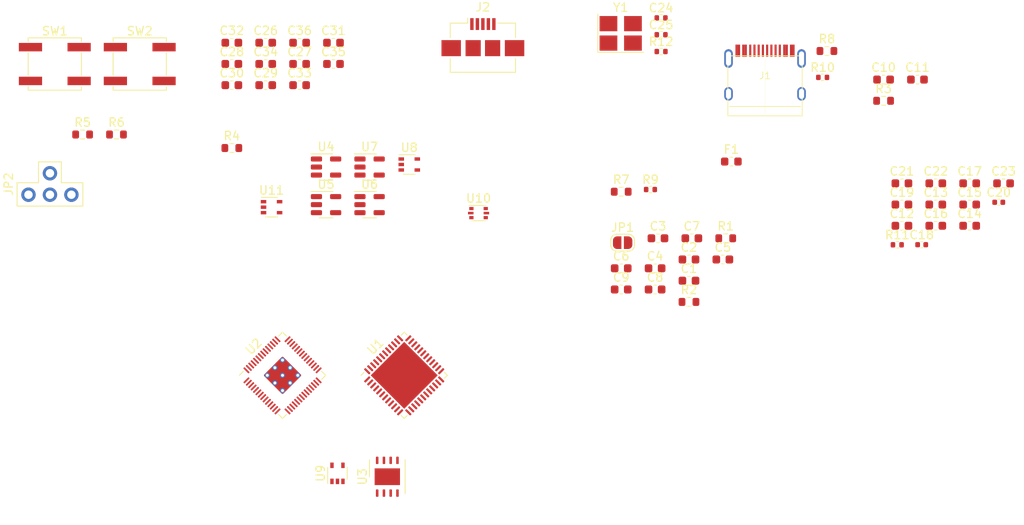
<source format=kicad_pcb>
(kicad_pcb (version 20211014) (generator pcbnew)

  (general
    (thickness 1.97252)
  )

  (paper "A4")
  (layers
    (0 "F.Cu" signal)
    (1 "In1.Cu" signal)
    (2 "In2.Cu" signal)
    (31 "B.Cu" signal)
    (32 "B.Adhes" user "B.Adhesive")
    (33 "F.Adhes" user "F.Adhesive")
    (34 "B.Paste" user)
    (35 "F.Paste" user)
    (36 "B.SilkS" user "B.Silkscreen")
    (37 "F.SilkS" user "F.Silkscreen")
    (38 "B.Mask" user)
    (39 "F.Mask" user)
    (40 "Dwgs.User" user "User.Drawings")
    (41 "Cmts.User" user "User.Comments")
    (42 "Eco1.User" user "User.Eco1")
    (43 "Eco2.User" user "User.Eco2")
    (44 "Edge.Cuts" user)
    (45 "Margin" user)
    (46 "B.CrtYd" user "B.Courtyard")
    (47 "F.CrtYd" user "F.Courtyard")
    (48 "B.Fab" user)
    (49 "F.Fab" user)
    (50 "User.1" user)
    (51 "User.2" user)
    (52 "User.3" user)
    (53 "User.4" user)
    (54 "User.5" user)
    (55 "User.6" user)
    (56 "User.7" user)
    (57 "User.8" user)
    (58 "User.9" user)
  )

  (setup
    (stackup
      (layer "F.SilkS" (type "Top Silk Screen"))
      (layer "F.Paste" (type "Top Solder Paste"))
      (layer "F.Mask" (type "Top Solder Mask") (thickness 0.01))
      (layer "F.Cu" (type "copper") (thickness 0.04))
      (layer "dielectric 1" (type "core") (thickness 0.13626) (material "FR4") (epsilon_r 4.5) (loss_tangent 0.02))
      (layer "In1.Cu" (type "copper") (thickness 0.035))
      (layer "dielectric 2" (type "prepreg") (thickness 1.53) (material "FR4") (epsilon_r 4.5) (loss_tangent 0.02))
      (layer "In2.Cu" (type "copper") (thickness 0.035))
      (layer "dielectric 3" (type "core") (thickness 0.13626) (material "FR4") (epsilon_r 4.5) (loss_tangent 0.02))
      (layer "B.Cu" (type "copper") (thickness 0.04))
      (layer "B.Mask" (type "Bottom Solder Mask") (thickness 0.01))
      (layer "B.Paste" (type "Bottom Solder Paste"))
      (layer "B.SilkS" (type "Bottom Silk Screen"))
      (copper_finish "None")
      (dielectric_constraints no)
    )
    (pad_to_mask_clearance 0)
    (pcbplotparams
      (layerselection 0x00010fc_ffffffff)
      (disableapertmacros false)
      (usegerberextensions false)
      (usegerberattributes true)
      (usegerberadvancedattributes true)
      (creategerberjobfile true)
      (svguseinch false)
      (svgprecision 6)
      (excludeedgelayer true)
      (plotframeref false)
      (viasonmask false)
      (mode 1)
      (useauxorigin false)
      (hpglpennumber 1)
      (hpglpenspeed 20)
      (hpglpendiameter 15.000000)
      (dxfpolygonmode true)
      (dxfimperialunits true)
      (dxfusepcbnewfont true)
      (psnegative false)
      (psa4output false)
      (plotreference true)
      (plotvalue true)
      (plotinvisibletext false)
      (sketchpadsonfab false)
      (subtractmaskfromsilk false)
      (outputformat 1)
      (mirror false)
      (drillshape 1)
      (scaleselection 1)
      (outputdirectory "")
    )
  )

  (net 0 "")
  (net 1 "+3V3")
  (net 2 "GND")
  (net 3 "/iCE40/R2IAV")
  (net 4 "/iCE40/R2IST")
  (net 5 "+2V5")
  (net 6 "/iCE40/I2RAV")
  (net 7 "+1V8")
  (net 8 "unconnected-(U4-Pad4)")
  (net 9 "+1V2")
  (net 10 "/RP2040/CDONE")
  (net 11 "/Flash/SPI_ICE_SD1")
  (net 12 "/Flash/SPI_CLK_ICE")
  (net 13 "/Flash/SPI_~{CS}_ICE")
  (net 14 "/Flash/SPI_ICE_SD0")
  (net 15 "/RP2040/DQ1")
  (net 16 "/RP2040/DQ0")
  (net 17 "/RP2040/DQ3")
  (net 18 "/RP2040/DQ2")
  (net 19 "/RP2040/DQ4")
  (net 20 "/RP2040/DQ5")
  (net 21 "/RP2040/DQ6")
  (net 22 "/RP2040/DQ7")
  (net 23 "/IO/ICELED0")
  (net 24 "/IO/ICELED1")
  (net 25 "/IO/ICELED2")
  (net 26 "/iCE40/I2RST")
  (net 27 "/Flash/SPI_~{CS}_~{EN}")
  (net 28 "/RP2040/DP")
  (net 29 "/RP2040/DM")
  (net 30 "/IO/RPADC3")
  (net 31 "/IO/RPADC2")
  (net 32 "/IO/RPADC1")
  (net 33 "/IO/RPADC0")
  (net 34 "/IO/RX")
  (net 35 "/IO/TX")
  (net 36 "/IO/~{RESET}")
  (net 37 "/IO/SWDIO")
  (net 38 "/IO/SWCLK")
  (net 39 "/RP2040/I2RST")
  (net 40 "/RP2040/I2RAV")
  (net 41 "/RP2040/R2IST")
  (net 42 "/RP2040/R2IAV")
  (net 43 "VBUS")
  (net 44 "/RP2040/~{CRESET}")
  (net 45 "/Power supplies/~{OC}DET")
  (net 46 "/Power supplies/3V3PROTO")
  (net 47 "/Power supplies/V12GOOD")
  (net 48 "/Power supplies/V33GD")
  (net 49 "/IO/RPIO6")
  (net 50 "/IO/RPIO5")
  (net 51 "/IO/RPIO4")
  (net 52 "/IO/RPIO3")
  (net 53 "/IO/RPIO2")
  (net 54 "/IO/RPIO1")
  (net 55 "/IO/RPIO0")
  (net 56 "/IO/RPLED1")
  (net 57 "/IO/RPLED0")
  (net 58 "+1V1")
  (net 59 "Net-(SW2-Pad2)")
  (net 60 "Net-(U10-Pad4)")
  (net 61 "/RP2040/XOUT")
  (net 62 "/RP2040/XIN")
  (net 63 "Net-(U10-Pad6)")
  (net 64 "unconnected-(U7-Pad4)")
  (net 65 "/iCE40/ICEIO0")
  (net 66 "/iCE40/ICEIO2")
  (net 67 "/iCE40/ICEIO5")
  (net 68 "/iCE40/ICEIO4")
  (net 69 "/iCE40/ICEIO3")
  (net 70 "/iCE40/ICEIO1")
  (net 71 "/iCE40/ICELVIO1")
  (net 72 "unconnected-(U8-Pad4)")
  (net 73 "/iCE40/ICELVIO0")
  (net 74 "/iCE40/ICELVIO3")
  (net 75 "/iCE40/ICELVIO2")
  (net 76 "/iCE40/ICELVIO4")
  (net 77 "/iCE40/VCCPLL")
  (net 78 "/iCE40/ICELVIO5")
  (net 79 "/iCE40/ICELVIO6")
  (net 80 "/iCE40/VDD_LVIO")
  (net 81 "/iCE40/ICELVIO7")
  (net 82 "/iCE40/ICELVIO9")
  (net 83 "/iCE40/ICELVIO10")
  (net 84 "/iCE40/ICELVIO8")
  (net 85 "/iCE40/ICELVIO12")
  (net 86 "/iCE40/ICELVIO13")
  (net 87 "/iCE40/ICELVIO11")
  (net 88 "/iCE40/ICERST")
  (net 89 "/Flash/~{CS}")
  (net 90 "/Flash/SPI_RP_SD2")
  (net 91 "/Flash/SPI_RP_SD3")
  (net 92 "/Power supplies/V33GOOD")
  (net 93 "/USB connector/D+")
  (net 94 "/USB connector/D-")
  (net 95 "/USB connector/VUSB")
  (net 96 "/USB connector/CC1")
  (net 97 "unconnected-(J1-PadA8)")
  (net 98 "/USB connector/CC2")
  (net 99 "unconnected-(J1-PadB8)")
  (net 100 "Net-(Y1-Pad1)")

  (footprint "Package_DFN_QFN:QFN-48-1EP_7x7mm_P0.5mm_EP5.6x5.6mm" (layer "F.Cu") (at 129.4 94.3 45))

  (footprint "Capacitor_SMD:C_0603_1608Metric" (layer "F.Cu") (at 121.03 54.94))

  (footprint "Resistor_SMD:R_0603_1608Metric" (layer "F.Cu") (at 167.45 78.08))

  (footprint "Package_TO_SOT_SMD:SOT-23-5" (layer "F.Cu") (at 120.15 74.1))

  (footprint "Resistor_SMD:R_0402_1005Metric" (layer "F.Cu") (at 178.92 59.04))

  (footprint "Capacitor_SMD:C_0603_1608Metric" (layer "F.Cu") (at 159.09 81.63))

  (footprint "Capacitor_SMD:C_0603_1608Metric" (layer "F.Cu") (at 196.32 71.58))

  (footprint "Capacitor_SMD:C_0603_1608Metric" (layer "F.Cu") (at 192.31 74.09))

  (footprint "Capacitor_SMD:C_0603_1608Metric" (layer "F.Cu") (at 109 54.94))

  (footprint "Resistor_SMD:R_0402_1005Metric" (layer "F.Cu") (at 187.75 78.85))

  (footprint "Resistor_SMD:R_0603_1608Metric" (layer "F.Cu") (at 163.1 85.61))

  (footprint "Capacitor_SMD:C_0603_1608Metric" (layer "F.Cu") (at 121.03 57.45))

  (footprint "Capacitor_SMD:C_0603_1608Metric" (layer "F.Cu") (at 188.3 76.6))

  (footprint "Capacitor_SMD:C_0603_1608Metric" (layer "F.Cu") (at 196.32 76.6))

  (footprint "Capacitor_SMD:C_0603_1608Metric" (layer "F.Cu") (at 159.43 78.08))

  (footprint "Button_Switch_SMD:SW_SPST_EVPBF" (layer "F.Cu") (at 98.1 57.46))

  (footprint "Resistor_SMD:R_0603_1608Metric" (layer "F.Cu") (at 155.08 72.57))

  (footprint "Capacitor_SMD:C_0603_1608Metric" (layer "F.Cu") (at 155.08 81.63))

  (footprint "Connector_USB:USB_Micro-B_Amphenol_10104110_Horizontal" (layer "F.Cu") (at 138.71 54.28))

  (footprint "Capacitor_SMD:C_0603_1608Metric" (layer "F.Cu") (at 188.3 74.09))

  (footprint "Resistor_SMD:R_0402_1005Metric" (layer "F.Cu") (at 158.54 72.31))

  (footprint "Capacitor_SMD:C_0603_1608Metric" (layer "F.Cu") (at 192.31 76.6))

  (footprint "Resistor_SMD:R_0402_1005Metric" (layer "F.Cu") (at 159.8 53.99))

  (footprint "Resistor_SMD:R_0603_1608Metric" (layer "F.Cu") (at 109 67.4))

  (footprint "Capacitor_SMD:C_0603_1608Metric" (layer "F.Cu") (at 192.31 71.58))

  (footprint "Package_TO_SOT_SMD:SOT-353_SC-70-5" (layer "F.Cu") (at 130 69.35))

  (footprint "Resistor_SMD:R_0402_1005Metric" (layer "F.Cu") (at 159.8 55.98))

  (footprint "Resistor_SMD:R_0603_1608Metric" (layer "F.Cu") (at 186.13 61.81))

  (footprint "Package_TO_SOT_SMD:TSOT-23-5" (layer "F.Cu") (at 125.3 74.1))

  (footprint "Package_TO_SOT_SMD:SOT-353_SC-70-5" (layer "F.Cu") (at 121.5 105.9 90))

  (footprint "Capacitor_SMD:C_0603_1608Metric" (layer "F.Cu") (at 117.02 59.96))

  (footprint "Package_TO_SOT_SMD:SOT-666" (layer "F.Cu") (at 138.2 75.1))

  (footprint "Capacitor_SMD:C_0603_1608Metric" (layer "F.Cu") (at 113.01 54.94))

  (footprint "Capacitor_SMD:C_0603_1608Metric" (layer "F.Cu") (at 159.09 84.14))

  (footprint "Fuse:Fuse_0603_1608Metric" (layer "F.Cu") (at 168.1125 69))

  (footprint "Capacitor_SMD:C_0603_1608Metric" (layer "F.Cu") (at 200.33 71.58))

  (footprint "Capacitor_SMD:C_0402_1005Metric" (layer "F.Cu") (at 190.64 78.84))

  (footprint "Crystal:Crystal_SMD_3225-4Pin_3.2x2.5mm_HandSoldering" (layer "F.Cu") (at 155.02 53.83))

  (footprint "Capacitor_SMD:C_0603_1608Metric" (layer "F.Cu") (at 109 57.45))

  (footprint "Capacitor_SMD:C_0603_1608Metric" (layer "F.Cu") (at 163.44 78.08))

  (footprint "Capacitor_SMD:C_0603_1608Metric" (layer "F.Cu") (at 190.14 59.3))

  (footprint "Capacitor_SMD:C_0603_1608Metric" (layer "F.Cu") (at 186.13 59.3))

  (footprint "Capacitor_SMD:C_0603_1608Metric" (layer "F.Cu") (at 167.11 80.59))

  (footprint "Package_SON:WSON-8-1EP_4x4mm_P0.8mm_EP1.98x3mm" (layer "F.Cu") (at 127.4 106.3 90))

  (footprint "Capacitor_SMD:C_0603_1608Metric" (layer "F.Cu") (at 155.08 84.14))

  (footprint "Resistor_SMD:R_0603_1608Metric" (layer "F.Cu") (at 179.425 55.9175))

  (footprint "Resistor_SMD:R_0402_1005Metric" (layer "F.Cu") (at 159.8 52))

  (footprint "Capacitor_SMD:C_0603_1608Metric" (layer "F.Cu") (at 113.01 59.96))

  (footprint "MCU_RaspberryPi_and_Boards:RP2040-QFN-56" (layer "F.Cu") (at 115 94.3 45))

  (footprint "Jumper:SolderJumper-2_P1.3mm_Open_RoundedPad1.0x1.5mm" (layer "F.Cu") (at 155.25 78.6))

  (footprint "Capacitor_SMD:C_0603_1608Metric" (layer "F.Cu")
    (tedit 5F68FEEE) (tstamp d7435114-6ba4-4251-a3dc-48f4b3b796f3)
    (at 163.1 83.1)
    (descr "Capacitor SMD 0603 (1608 Metric), square (rectangular) end terminal, IPC_7351 nominal, (Body size source: IPC-SM-782 page 76, https://www.pcb-3d.com/wordpress/wp-content/uploads/ipc-sm-782a_amendment_1_and_2.pdf), generated with kicad-footprint-generator")
    (tags "capacitor")
    (property "Sheetfile" "psu.kicad_sch")
    (property "Sheetname" "Power supplies")
    (path "/2d44100a-d992-41b4-9844-07fb6385f2db/85f7defa-fdc3-410b-b0e9-8a6708953006")
    (attr smd)
    (fp_text reference "C1" (at 0 -1.43) (layer "F.SilkS")
      (effects (font (size 1 1) (thickness 0.15)))
      (tstamp 361ef3a5-d4a8-4e84-8b7f-a0b57a7d1857)
    )
    (fp_text value "1uF" (at 0 1.43) (layer "F.Fab")
      (effects (font (size 1 1) (thickness 0.15)))
      (tstamp b38080d3-3229-4e0f-a01b-7aaf3fcd287c)
    )
    (fp_text user "${REFERENCE}" (at 0 0) (layer "F.Fab")
      (effects (font (size 0.4 0.4) (thickness 0.06)))
      (tstamp 22183572-9c3f-48fc-ad6d-448144a08e2c)
    )
    (fp_line (start -0.14058 -0.51) (end 0.14058 -0.51) (layer "F.SilkS") (width 0.12) (tstamp 1ccc6683-8198-473c-8176-d0d0297bc85c))
    (fp_line (start -0.14058 0.51) (end 0.14058 0.51) (layer "F.SilkS") (width 0.12) (tstamp 92bddb6b-3495-418d-abed-cbb0aa064695))
    (fp_line (start -1.48 -0.73) (end 1.48 -0.73) (layer "F.CrtYd") (width 0.05) (tstamp 7fea73b9-f744-4475-9400-5fb94329070d))
    (fp_line (start 1.48 -0.73) (end 1.48 0.73) (layer "F.CrtYd") (width 0.05) (tstamp 9dddb2b5-5f65-4870-aa8a-e43588c50ac1))
    (fp_line (start -1.48 0.73) (end -1.48 -0.73) (layer "F.CrtYd") (width 0.05) (tstamp c8556768-a241-45d0-9d15-c924f33b1295))
    (fp_line (start 1.48 0.73) (end -1.48 0.73) (layer "F.CrtYd") (width 0.05) (tstamp db08d784-1ace-4eef-a319-c999a10a6184))
    (fp_line (start -0.8 0.4) (end -0.8 -0.4) (layer "F.Fab") (width 0.1) (tstamp 9c49c55d-b103-48aa-b828-3a855c434669))
    (fp_line (start 0.8 0.4) (end -0.8 0.4) (layer "F.Fab") (width 0.1) (tstamp 9c714278-461d-4bbb-86b4-99f6454394d3))
    (fp_line (start -0.8 -0.4) (end 0.8 -0.4) (layer "F.Fab") (width 0.1) (tstamp be91ed9e-5ef4-4a5a-93a4-8e8f197cf378))
    (fp_line (start 0.8 -0.4) (end 0.8 0.4)
... [57465 chars truncated]
</source>
